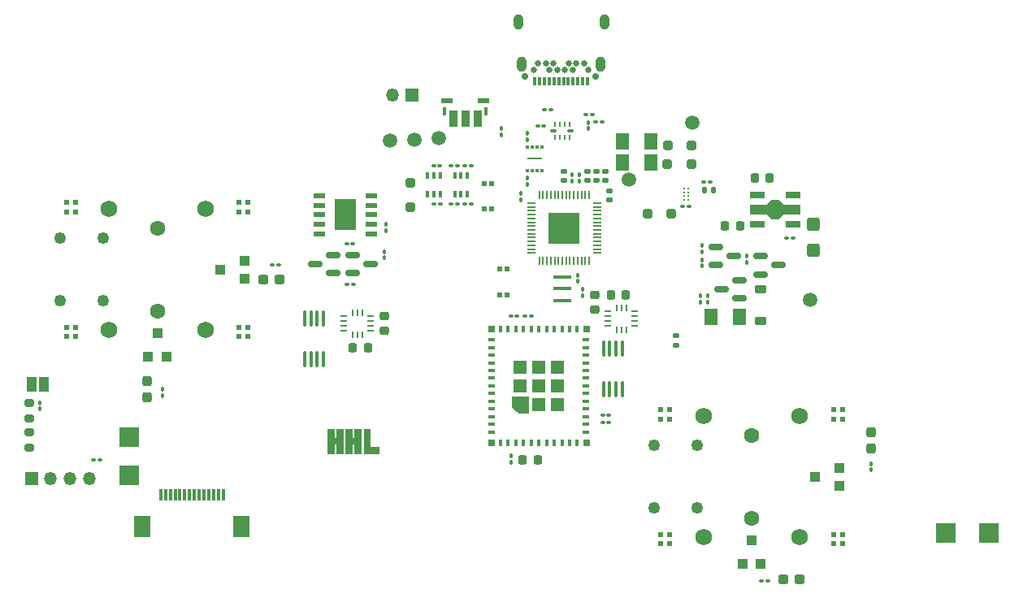
<source format=gbr>
G04 #@! TF.GenerationSoftware,KiCad,Pcbnew,7.0.6*
G04 #@! TF.CreationDate,2023-09-07T00:04:05-07:00*
G04 #@! TF.ProjectId,procon_gcc_main_pcb,70726f63-6f6e-45f6-9763-635f6d61696e,1*
G04 #@! TF.SameCoordinates,Original*
G04 #@! TF.FileFunction,Soldermask,Top*
G04 #@! TF.FilePolarity,Negative*
%FSLAX46Y46*%
G04 Gerber Fmt 4.6, Leading zero omitted, Abs format (unit mm)*
G04 Created by KiCad (PCBNEW 7.0.6) date 2023-09-07 00:04:05*
%MOMM*%
%LPD*%
G01*
G04 APERTURE LIST*
G04 Aperture macros list*
%AMRoundRect*
0 Rectangle with rounded corners*
0 $1 Rounding radius*
0 $2 $3 $4 $5 $6 $7 $8 $9 X,Y pos of 4 corners*
0 Add a 4 corners polygon primitive as box body*
4,1,4,$2,$3,$4,$5,$6,$7,$8,$9,$2,$3,0*
0 Add four circle primitives for the rounded corners*
1,1,$1+$1,$2,$3*
1,1,$1+$1,$4,$5*
1,1,$1+$1,$6,$7*
1,1,$1+$1,$8,$9*
0 Add four rect primitives between the rounded corners*
20,1,$1+$1,$2,$3,$4,$5,0*
20,1,$1+$1,$4,$5,$6,$7,0*
20,1,$1+$1,$6,$7,$8,$9,0*
20,1,$1+$1,$8,$9,$2,$3,0*%
%AMFreePoly0*
4,1,13,0.900000,0.500000,2.600000,0.500000,2.600000,-0.500000,0.900000,-0.500000,0.400000,-1.000000,-0.400000,-1.000000,-0.900000,-0.500000,-2.600000,-0.500000,-2.600000,0.500000,-0.900000,0.500000,-0.400000,1.000000,0.400000,1.000000,0.900000,0.500000,0.900000,0.500000,$1*%
G04 Aperture macros list end*
%ADD10C,0.010000*%
%ADD11C,0.025000*%
%ADD12RoundRect,0.100000X0.130000X0.100000X-0.130000X0.100000X-0.130000X-0.100000X0.130000X-0.100000X0*%
%ADD13O,0.400000X0.900000*%
%ADD14R,0.950000X1.700000*%
%ADD15R,0.900000X1.700000*%
%ADD16R,1.200000X0.600000*%
%ADD17R,1.000000X1.000000*%
%ADD18RoundRect,0.100000X0.100000X-0.130000X0.100000X0.130000X-0.100000X0.130000X-0.100000X-0.130000X0*%
%ADD19RoundRect,0.100000X-0.100000X0.130000X-0.100000X-0.130000X0.100000X-0.130000X0.100000X0.130000X0*%
%ADD20RoundRect,0.250000X0.250000X0.250000X-0.250000X0.250000X-0.250000X-0.250000X0.250000X-0.250000X0*%
%ADD21R,0.550000X0.550000*%
%ADD22RoundRect,0.225000X-0.375000X0.225000X-0.375000X-0.225000X0.375000X-0.225000X0.375000X0.225000X0*%
%ADD23RoundRect,0.225000X-0.250000X0.225000X-0.250000X-0.225000X0.250000X-0.225000X0.250000X0.225000X0*%
%ADD24RoundRect,0.140000X0.140000X0.170000X-0.140000X0.170000X-0.140000X-0.170000X0.140000X-0.170000X0*%
%ADD25RoundRect,0.100000X0.100000X-0.712500X0.100000X0.712500X-0.100000X0.712500X-0.100000X-0.712500X0*%
%ADD26RoundRect,0.237500X-0.237500X0.300000X-0.237500X-0.300000X0.237500X-0.300000X0.237500X0.300000X0*%
%ADD27R,0.400000X0.650000*%
%ADD28RoundRect,0.135000X0.185000X-0.135000X0.185000X0.135000X-0.185000X0.135000X-0.185000X-0.135000X0*%
%ADD29RoundRect,0.100000X-0.130000X-0.100000X0.130000X-0.100000X0.130000X0.100000X-0.130000X0.100000X0*%
%ADD30RoundRect,0.237500X0.300000X0.237500X-0.300000X0.237500X-0.300000X-0.237500X0.300000X-0.237500X0*%
%ADD31RoundRect,0.250001X0.462499X0.624999X-0.462499X0.624999X-0.462499X-0.624999X0.462499X-0.624999X0*%
%ADD32RoundRect,0.150000X0.587500X0.150000X-0.587500X0.150000X-0.587500X-0.150000X0.587500X-0.150000X0*%
%ADD33R,2.000000X2.000000*%
%ADD34RoundRect,0.050000X-0.387500X-0.050000X0.387500X-0.050000X0.387500X0.050000X-0.387500X0.050000X0*%
%ADD35RoundRect,0.050000X-0.050000X-0.387500X0.050000X-0.387500X0.050000X0.387500X-0.050000X0.387500X0*%
%ADD36R,3.200000X3.200000*%
%ADD37C,1.500000*%
%ADD38R,0.400000X0.800000*%
%ADD39R,0.800000X0.400000*%
%ADD40R,1.450000X1.450000*%
%ADD41R,0.700000X0.700000*%
%ADD42RoundRect,0.140000X0.170000X-0.140000X0.170000X0.140000X-0.170000X0.140000X-0.170000X-0.140000X0*%
%ADD43RoundRect,0.250000X-0.250000X-0.250000X0.250000X-0.250000X0.250000X0.250000X-0.250000X0.250000X0*%
%ADD44R,1.500000X0.700000*%
%ADD45FreePoly0,180.000000*%
%ADD46RoundRect,0.225000X0.225000X0.250000X-0.225000X0.250000X-0.225000X-0.250000X0.225000X-0.250000X0*%
%ADD47RoundRect,0.150000X-0.587500X-0.150000X0.587500X-0.150000X0.587500X0.150000X-0.587500X0.150000X0*%
%ADD48C,0.230000*%
%ADD49R,0.300000X0.400000*%
%ADD50R,1.600000X0.200000*%
%ADD51RoundRect,0.237500X-0.300000X-0.237500X0.300000X-0.237500X0.300000X0.237500X-0.300000X0.237500X0*%
%ADD52RoundRect,0.250000X-0.425000X0.450000X-0.425000X-0.450000X0.425000X-0.450000X0.425000X0.450000X0*%
%ADD53R,1.000000X1.500000*%
%ADD54R,1.350000X1.350000*%
%ADD55O,1.350000X1.350000*%
%ADD56R,1.900000X0.400000*%
%ADD57RoundRect,0.225000X-0.225000X-0.250000X0.225000X-0.250000X0.225000X0.250000X-0.225000X0.250000X0*%
%ADD58R,1.300000X0.600000*%
%ADD59R,2.300000X3.200000*%
%ADD60C,1.750000*%
%ADD61C,1.600000*%
%ADD62C,1.250000*%
%ADD63R,0.500000X0.550000*%
%ADD64RoundRect,0.140000X-0.170000X0.140000X-0.170000X-0.140000X0.170000X-0.140000X0.170000X0.140000X0*%
%ADD65R,0.300000X1.300000*%
%ADD66R,1.800000X2.200000*%
%ADD67RoundRect,0.200000X0.275000X-0.200000X0.275000X0.200000X-0.275000X0.200000X-0.275000X-0.200000X0*%
%ADD68C,0.700000*%
%ADD69R,0.300000X0.900000*%
%ADD70C,0.650000*%
%ADD71O,1.000000X1.600000*%
%ADD72RoundRect,0.050000X0.075000X-0.225000X0.075000X0.225000X-0.075000X0.225000X-0.075000X-0.225000X0*%
%ADD73RoundRect,0.050000X0.050000X-0.225000X0.050000X0.225000X-0.050000X0.225000X-0.050000X-0.225000X0*%
%ADD74RoundRect,0.050000X0.250000X-0.100000X0.250000X0.100000X-0.250000X0.100000X-0.250000X-0.100000X0*%
%ADD75R,0.745000X0.280000*%
%ADD76R,0.280000X0.745000*%
%ADD77RoundRect,0.250000X-0.250000X0.250000X-0.250000X-0.250000X0.250000X-0.250000X0.250000X0.250000X0*%
G04 APERTURE END LIST*
D10*
X135019200Y-133323800D02*
X133969200Y-133323800D01*
X133369200Y-132723800D01*
X133369200Y-131673800D01*
X135019200Y-131673800D01*
X135019200Y-133323800D01*
G36*
X135019200Y-133323800D02*
G01*
X133969200Y-133323800D01*
X133369200Y-132723800D01*
X133369200Y-131673800D01*
X135019200Y-131673800D01*
X135019200Y-133323800D01*
G37*
D11*
X118516400Y-136903898D02*
X119470355Y-136903898D01*
X119470355Y-137573267D01*
X117883741Y-137573267D01*
X117883741Y-135020095D01*
X118516400Y-135020095D01*
X118516400Y-136903898D01*
G36*
X118516400Y-136903898D02*
G01*
X119470355Y-136903898D01*
X119470355Y-137573267D01*
X117883741Y-137573267D01*
X117883741Y-135020095D01*
X118516400Y-135020095D01*
X118516400Y-136903898D01*
G37*
X115750266Y-137573267D02*
X115069405Y-137573267D01*
X115069405Y-136605145D01*
X114829749Y-136605145D01*
X114829749Y-137573267D01*
X114144449Y-137573267D01*
X114144449Y-135020615D01*
X114827463Y-135020095D01*
X114827463Y-135942897D01*
X115069405Y-135942897D01*
X115069405Y-135020095D01*
X115750266Y-135020095D01*
X115750266Y-137573267D01*
G36*
X115750266Y-137573267D02*
G01*
X115069405Y-137573267D01*
X115069405Y-136605145D01*
X114829749Y-136605145D01*
X114829749Y-137573267D01*
X114144449Y-137573267D01*
X114144449Y-135020615D01*
X114827463Y-135020095D01*
X114827463Y-135942897D01*
X115069405Y-135942897D01*
X115069405Y-135020095D01*
X115750266Y-135020095D01*
X115750266Y-137573267D01*
G37*
X117600266Y-137573267D02*
X116919405Y-137573267D01*
X116919405Y-136605145D01*
X116679749Y-136605145D01*
X116679749Y-137573267D01*
X115994449Y-137573267D01*
X115994449Y-135020615D01*
X116677463Y-135020095D01*
X116677463Y-135942897D01*
X116919405Y-135942897D01*
X116919405Y-135020095D01*
X117600266Y-135020095D01*
X117600266Y-137573267D01*
G36*
X117600266Y-137573267D02*
G01*
X116919405Y-137573267D01*
X116919405Y-136605145D01*
X116679749Y-136605145D01*
X116679749Y-137573267D01*
X115994449Y-137573267D01*
X115994449Y-135020615D01*
X116677463Y-135020095D01*
X116677463Y-135942897D01*
X116919405Y-135942897D01*
X116919405Y-135020095D01*
X117600266Y-135020095D01*
X117600266Y-137573267D01*
G37*
D12*
X90390011Y-138245882D03*
X89750011Y-138245882D03*
D13*
X126333519Y-101965000D03*
X130633519Y-101965000D03*
D14*
X127208519Y-102740000D03*
D15*
X128483519Y-102740000D03*
D14*
X129758519Y-102740000D03*
D16*
X126583519Y-100840000D03*
X130383519Y-100840000D03*
D17*
X105477000Y-119382600D03*
X105477000Y-117482600D03*
X102977000Y-118432600D03*
D18*
X153166600Y-116563800D03*
X153166600Y-115923800D03*
D19*
X139611100Y-108543094D03*
X139611100Y-109183094D03*
D20*
X152024400Y-107467400D03*
X149524400Y-107467400D03*
D21*
X166845200Y-133997000D03*
X167795200Y-133997000D03*
X167795200Y-133047000D03*
X166845200Y-133047000D03*
D22*
X159237200Y-120476000D03*
X159237200Y-123776000D03*
D23*
X120018689Y-123258755D03*
X120018689Y-124808755D03*
D18*
X153725400Y-121836400D03*
X153725400Y-121196400D03*
D24*
X154356400Y-110163000D03*
X153396400Y-110163000D03*
D18*
X170739623Y-139288477D03*
X170739623Y-138648477D03*
D25*
X111750200Y-127791700D03*
X112400200Y-127791700D03*
X113050200Y-127791700D03*
X113700200Y-127791700D03*
X113700200Y-123566700D03*
X113050200Y-123566700D03*
X112400200Y-123566700D03*
X111750200Y-123566700D03*
D26*
X95317457Y-130017891D03*
X95317457Y-131742891D03*
D27*
X124546600Y-110556100D03*
X125196600Y-110556100D03*
X125846600Y-110556100D03*
X125846600Y-108656100D03*
X125196600Y-108656100D03*
X124546600Y-108656100D03*
D28*
X150418800Y-126290800D03*
X150418800Y-125270800D03*
D29*
X142807000Y-133583600D03*
X143447000Y-133583600D03*
D30*
X163312504Y-150698757D03*
X161587504Y-150698757D03*
D21*
X86902000Y-112407600D03*
X87852000Y-112407600D03*
X87852000Y-111457600D03*
X86902000Y-111457600D03*
D31*
X147791500Y-107289600D03*
X144816500Y-107289600D03*
D12*
X127660800Y-111612700D03*
X127020800Y-111612700D03*
D32*
X157025100Y-121450400D03*
X157025100Y-119550400D03*
X155150100Y-120500400D03*
D18*
X134950900Y-104884294D03*
X134950900Y-104244294D03*
D33*
X183062000Y-145848750D03*
D34*
X135348200Y-111508094D03*
X135348200Y-111908094D03*
X135348200Y-112308094D03*
X135348200Y-112708094D03*
X135348200Y-113108094D03*
X135348200Y-113508094D03*
X135348200Y-113908094D03*
X135348200Y-114308094D03*
X135348200Y-114708094D03*
X135348200Y-115108094D03*
X135348200Y-115508094D03*
X135348200Y-115908094D03*
X135348200Y-116308094D03*
X135348200Y-116708094D03*
D35*
X136185700Y-117545594D03*
X136585700Y-117545594D03*
X136985700Y-117545594D03*
X137385700Y-117545594D03*
X137785700Y-117545594D03*
X138185700Y-117545594D03*
X138585700Y-117545594D03*
X138985700Y-117545594D03*
X139385700Y-117545594D03*
X139785700Y-117545594D03*
X140185700Y-117545594D03*
X140585700Y-117545594D03*
X140985700Y-117545594D03*
X141385700Y-117545594D03*
D34*
X142223200Y-116708094D03*
X142223200Y-116308094D03*
X142223200Y-115908094D03*
X142223200Y-115508094D03*
X142223200Y-115108094D03*
X142223200Y-114708094D03*
X142223200Y-114308094D03*
X142223200Y-113908094D03*
X142223200Y-113508094D03*
X142223200Y-113108094D03*
X142223200Y-112708094D03*
X142223200Y-112308094D03*
X142223200Y-111908094D03*
X142223200Y-111508094D03*
D35*
X141385700Y-110670594D03*
X140985700Y-110670594D03*
X140585700Y-110670594D03*
X140185700Y-110670594D03*
X139785700Y-110670594D03*
X139385700Y-110670594D03*
X138985700Y-110670594D03*
X138585700Y-110670594D03*
X138185700Y-110670594D03*
X137785700Y-110670594D03*
X137385700Y-110670594D03*
X136985700Y-110670594D03*
X136585700Y-110670594D03*
X136185700Y-110670594D03*
D36*
X138785700Y-114108094D03*
D21*
X104902000Y-125407600D03*
X105852000Y-125407600D03*
X105852000Y-124457600D03*
X104902000Y-124457600D03*
D37*
X145567400Y-109016800D03*
D38*
X132144200Y-136448800D03*
X132944200Y-136448800D03*
X133744200Y-136448800D03*
X134544200Y-136448800D03*
X135344200Y-136448800D03*
X136144200Y-136448800D03*
X136944200Y-136448800D03*
X137744200Y-136448800D03*
X138544200Y-136448800D03*
X139344200Y-136448800D03*
X140144200Y-136448800D03*
D39*
X141044200Y-135348800D03*
X141044200Y-134548800D03*
X141044200Y-133748800D03*
X141044200Y-132948800D03*
X141044200Y-132148800D03*
X141044200Y-131348800D03*
X141044200Y-130548800D03*
X141044200Y-129748800D03*
X141044200Y-128948800D03*
X141044200Y-128148800D03*
X141044200Y-127348800D03*
X141044200Y-126548800D03*
X141044200Y-125748800D03*
D38*
X140144200Y-124648800D03*
X139344200Y-124648800D03*
X138544200Y-124648800D03*
X137744200Y-124648800D03*
X136944200Y-124648800D03*
X136144200Y-124648800D03*
X135344200Y-124648800D03*
X134544200Y-124648800D03*
X133744200Y-124648800D03*
X132944200Y-124648800D03*
X132144200Y-124648800D03*
D39*
X131244200Y-125748800D03*
X131244200Y-126548800D03*
X131244200Y-127348800D03*
X131244200Y-128148800D03*
X131244200Y-128948800D03*
X131244200Y-129748800D03*
X131244200Y-130548800D03*
X131244200Y-131348800D03*
X131244200Y-132148800D03*
X131244200Y-132948800D03*
X131244200Y-133748800D03*
X131244200Y-134548800D03*
X131244200Y-135348800D03*
D40*
X136144200Y-130548800D03*
D41*
X131194200Y-124598800D03*
X141094200Y-124598800D03*
X141094200Y-136498800D03*
X131194200Y-136498800D03*
D40*
X136144200Y-132498800D03*
X138094200Y-132498800D03*
X138094200Y-130548800D03*
X138094200Y-128598800D03*
X136144200Y-128598800D03*
X134194200Y-128598800D03*
X134194200Y-130548800D03*
D42*
X142151100Y-109137294D03*
X142151100Y-108177294D03*
D29*
X125206800Y-111612700D03*
X125846800Y-111612700D03*
D43*
X147441600Y-112649000D03*
X149941600Y-112649000D03*
D31*
X147791500Y-105054400D03*
X144816500Y-105054400D03*
D33*
X93413992Y-139903200D03*
D20*
X152049800Y-105537000D03*
X149549800Y-105537000D03*
D18*
X134251700Y-111164294D03*
X134251700Y-110524294D03*
D37*
X123164600Y-104927400D03*
D19*
X141274800Y-103108800D03*
X141274800Y-103748800D03*
D29*
X125181400Y-107599500D03*
X125821400Y-107599500D03*
D12*
X143447000Y-134396400D03*
X142807000Y-134396400D03*
D19*
X152963400Y-121196400D03*
X152963400Y-121836400D03*
D29*
X116143023Y-119981101D03*
X116783023Y-119981101D03*
D44*
X162636200Y-113693200D03*
D45*
X160786200Y-112193200D03*
D44*
X162636200Y-110693200D03*
X158936200Y-110693200D03*
X158936200Y-113693200D03*
D46*
X118314100Y-126547002D03*
X116764100Y-126547002D03*
D17*
X157370200Y-149122000D03*
X159270200Y-149122000D03*
X158320200Y-146622000D03*
D31*
X157041700Y-123393200D03*
X154066700Y-123393200D03*
D47*
X154565900Y-116070600D03*
X154565900Y-117970600D03*
X156440900Y-117020600D03*
D19*
X140322300Y-108543094D03*
X140322300Y-109183094D03*
D48*
X151288800Y-109969400D03*
X151688800Y-109969400D03*
X151288800Y-110369400D03*
X151688800Y-110369400D03*
X151288800Y-110769400D03*
X151688800Y-110769400D03*
X151288800Y-111169400D03*
X151688800Y-111169400D03*
D49*
X134949500Y-108081894D03*
X135449500Y-108081894D03*
X135949500Y-108081894D03*
X136449500Y-108081894D03*
X136449500Y-105681894D03*
X135949500Y-105681894D03*
X135449500Y-105681894D03*
X134949500Y-105681894D03*
D50*
X135699500Y-106881894D03*
D51*
X107418809Y-119497056D03*
X109143809Y-119497056D03*
D29*
X142072400Y-103073200D03*
X142712400Y-103073200D03*
D52*
X164774000Y-113688000D03*
X164774000Y-116388000D03*
D21*
X148845200Y-146997000D03*
X149795200Y-146997000D03*
X149795200Y-146047000D03*
X148845200Y-146047000D03*
D47*
X116744723Y-116922901D03*
X116744723Y-118822901D03*
X118619723Y-117872901D03*
D53*
X83271600Y-130352800D03*
X84571600Y-130352800D03*
D23*
X141938323Y-121038129D03*
X141938323Y-122588129D03*
D54*
X83274400Y-140182600D03*
D55*
X85274400Y-140182600D03*
X87274400Y-140182600D03*
X89274400Y-140182600D03*
D29*
X136738400Y-101752400D03*
X137378400Y-101752400D03*
D18*
X134975600Y-109564094D03*
X134975600Y-108924094D03*
D29*
X116132423Y-115764701D03*
X116772423Y-115764701D03*
D56*
X138595100Y-119236494D03*
X138595100Y-120436494D03*
X138595100Y-121636494D03*
D42*
X143471900Y-111197294D03*
X143471900Y-110237294D03*
D21*
X104902000Y-112407600D03*
X105852000Y-112407600D03*
X105852000Y-111457600D03*
X104902000Y-111457600D03*
D12*
X136641800Y-103505000D03*
X136001800Y-103505000D03*
D57*
X134454600Y-138226800D03*
X136004600Y-138226800D03*
D26*
X170738456Y-135352081D03*
X170738456Y-137077081D03*
D19*
X84175600Y-132329400D03*
X84175600Y-132969400D03*
D21*
X166845200Y-146997000D03*
X167795200Y-146997000D03*
X167795200Y-146047000D03*
X166845200Y-146047000D03*
D27*
X127391400Y-110556100D03*
X128041400Y-110556100D03*
X128691400Y-110556100D03*
X128691400Y-108656100D03*
X128041400Y-108656100D03*
X127391400Y-108656100D03*
D58*
X113227302Y-110726102D03*
X113227302Y-111726102D03*
X113227302Y-112726102D03*
X113227302Y-113726102D03*
X113227302Y-114726102D03*
X118727302Y-114726102D03*
X118727302Y-113726102D03*
X118727302Y-112726102D03*
X118727302Y-111726102D03*
X118727302Y-110726102D03*
D59*
X115977302Y-112726102D03*
D29*
X159325629Y-150847756D03*
X159965629Y-150847756D03*
D60*
X153320200Y-133697000D03*
X153320200Y-146347000D03*
D61*
X158320200Y-135722000D03*
X158320200Y-144322000D03*
D60*
X163320200Y-133697000D03*
X163320200Y-146347000D03*
D62*
X152670200Y-136772000D03*
X152670200Y-143272000D03*
X148170200Y-136772000D03*
X148170200Y-143272000D03*
D32*
X114708123Y-118822901D03*
X114708123Y-116922901D03*
X112833123Y-117872901D03*
D12*
X133873200Y-123266200D03*
X133233200Y-123266200D03*
D63*
X130435400Y-112119800D03*
X131235400Y-112119800D03*
X130435400Y-109469800D03*
X131235400Y-109469800D03*
D17*
X95427000Y-127532600D03*
X97327000Y-127532600D03*
X96377000Y-125032600D03*
D29*
X108365401Y-117977059D03*
X109005401Y-117977059D03*
D57*
X143678194Y-121060800D03*
X145228194Y-121060800D03*
D64*
X143065500Y-108177294D03*
X143065500Y-109137294D03*
D29*
X153353200Y-109274000D03*
X153993200Y-109274000D03*
D18*
X140703300Y-121121094D03*
X140703300Y-120481094D03*
D19*
X120225902Y-113736302D03*
X120225902Y-114376302D03*
D64*
X138747500Y-108179894D03*
X138747500Y-109139894D03*
D54*
X122920000Y-100228400D03*
D55*
X120920000Y-100228400D03*
D37*
X120599200Y-104952800D03*
D64*
X141236700Y-108179894D03*
X141236700Y-109139894D03*
D65*
X96741205Y-141917846D03*
X97241205Y-141917846D03*
X97741205Y-141917846D03*
X98241205Y-141917846D03*
X98741205Y-141917846D03*
X99241205Y-141917846D03*
X99741205Y-141917846D03*
X100241205Y-141917846D03*
X100741205Y-141917846D03*
X101241205Y-141917846D03*
X101741205Y-141917846D03*
X102241205Y-141917846D03*
X102741205Y-141917846D03*
X103241205Y-141917846D03*
D66*
X94841205Y-145167846D03*
X105141205Y-145167846D03*
D47*
X159237200Y-117025600D03*
X159237200Y-118925600D03*
X161112200Y-117975600D03*
D37*
X152095200Y-103149400D03*
X125679200Y-104724200D03*
D67*
X83007200Y-133971800D03*
X83007200Y-132321800D03*
D12*
X127624800Y-107599500D03*
X126984800Y-107599500D03*
D68*
X142060000Y-98275000D03*
X134710000Y-98275000D03*
D69*
X141210000Y-98835000D03*
X140710000Y-98835000D03*
X140210000Y-98835000D03*
X139710000Y-98835000D03*
X139210000Y-98835000D03*
X138710000Y-98835000D03*
X138210000Y-98835000D03*
X137710000Y-98835000D03*
X137210000Y-98835000D03*
X136710000Y-98835000D03*
X136210000Y-98835000D03*
X135710000Y-98835000D03*
D70*
X135660000Y-97625000D03*
X136060000Y-96925000D03*
X136860000Y-96925000D03*
X137260000Y-97625000D03*
X137660000Y-96925000D03*
X138060000Y-97625000D03*
X138860000Y-97625000D03*
X139260000Y-96925000D03*
X139660000Y-97625000D03*
X140060000Y-96925000D03*
X140860000Y-96925000D03*
X141260000Y-97625000D03*
D71*
X142950000Y-92635000D03*
X142590000Y-97025000D03*
X134330000Y-97025000D03*
X133970000Y-92635000D03*
D72*
X137807000Y-104688000D03*
D73*
X138307000Y-104688000D03*
X138807000Y-104688000D03*
D72*
X139307000Y-104688000D03*
D74*
X139457000Y-104013000D03*
D72*
X139307000Y-103338000D03*
D73*
X138807000Y-103338000D03*
X138307000Y-103338000D03*
D72*
X137807000Y-103338000D03*
D74*
X137657000Y-104013000D03*
D25*
X142865200Y-130915900D03*
X143515200Y-130915900D03*
X144165200Y-130915900D03*
X144815200Y-130915900D03*
X144815200Y-126690900D03*
X144165200Y-126690900D03*
X143515200Y-126690900D03*
X142865200Y-126690900D03*
D63*
X132861000Y-118385200D03*
X132061000Y-118385200D03*
X132861000Y-121035200D03*
X132061000Y-121035200D03*
D29*
X128432600Y-107599500D03*
X129072600Y-107599500D03*
D18*
X140220700Y-119664294D03*
X140220700Y-119024294D03*
D19*
X96933652Y-130932363D03*
X96933652Y-131572363D03*
D18*
X133248400Y-138521400D03*
X133248400Y-137881400D03*
D21*
X86902000Y-125407600D03*
X87852000Y-125407600D03*
X87852000Y-124457600D03*
X86902000Y-124457600D03*
D75*
X146159800Y-124295600D03*
X146159800Y-123795600D03*
X146159800Y-123295600D03*
X146159800Y-122795600D03*
D76*
X145261800Y-122397600D03*
X144761800Y-122397600D03*
X144261800Y-122397600D03*
D75*
X143363800Y-122795600D03*
X143363800Y-123295600D03*
X143363800Y-123795600D03*
X143363800Y-124295600D03*
D76*
X144261800Y-124693600D03*
X144761800Y-124693600D03*
X145261800Y-124693600D03*
D29*
X128443200Y-111612700D03*
X129083200Y-111612700D03*
X151143400Y-111864800D03*
X151783400Y-111864800D03*
D19*
X157840200Y-117030800D03*
X157840200Y-117670800D03*
D75*
X115841200Y-123303600D03*
X115841200Y-123803600D03*
X115841200Y-124303600D03*
X115841200Y-124803600D03*
D76*
X116739200Y-125201600D03*
X117239200Y-125201600D03*
X117739200Y-125201600D03*
D75*
X118637200Y-124803600D03*
X118637200Y-124303600D03*
X118637200Y-123803600D03*
X118637200Y-123303600D03*
D76*
X117739200Y-122905600D03*
X117239200Y-122905600D03*
X116739200Y-122905600D03*
D19*
X132257800Y-103718400D03*
X132257800Y-104358400D03*
D60*
X91377000Y-112107600D03*
X91377000Y-124757600D03*
D61*
X96377000Y-114132600D03*
X96377000Y-122732600D03*
D60*
X101377000Y-112107600D03*
X101377000Y-124757600D03*
D62*
X90727000Y-115182600D03*
X90727000Y-121682600D03*
X86227000Y-115182600D03*
X86227000Y-121682600D03*
D46*
X160185400Y-108864400D03*
X158635400Y-108864400D03*
D77*
X122758200Y-109392400D03*
X122758200Y-111892400D03*
D17*
X167420200Y-140972000D03*
X167420200Y-139072000D03*
X164920200Y-140022000D03*
D67*
X83007200Y-137007600D03*
X83007200Y-135357600D03*
D12*
X162626000Y-115163600D03*
X161986000Y-115163600D03*
D21*
X148845200Y-133997000D03*
X149795200Y-133997000D03*
X149795200Y-133047000D03*
X148845200Y-133047000D03*
D18*
X153166600Y-118037000D03*
X153166600Y-117397000D03*
D33*
X93413992Y-135909304D03*
X178562000Y-145848750D03*
D46*
X157086600Y-113842800D03*
X155536600Y-113842800D03*
D37*
X164439600Y-121589800D03*
D29*
X141056400Y-102311200D03*
X141696400Y-102311200D03*
D19*
X120019023Y-116562301D03*
X120019023Y-117202301D03*
D12*
X135346400Y-123266200D03*
X134706400Y-123266200D03*
M02*

</source>
